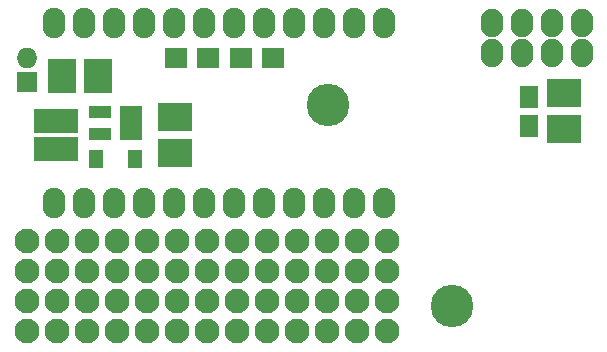
<source format=gts>
G04 #@! TF.GenerationSoftware,KiCad,Pcbnew,(2017-11-08 revision cd21218)-HEAD*
G04 #@! TF.CreationDate,2018-02-23T18:24:02+02:00*
G04 #@! TF.ProjectId,pro_mini,70726F5F6D696E692E6B696361645F70,rev?*
G04 #@! TF.SameCoordinates,Original*
G04 #@! TF.FileFunction,Soldermask,Top*
G04 #@! TF.FilePolarity,Negative*
%FSLAX46Y46*%
G04 Gerber Fmt 4.6, Leading zero omitted, Abs format (unit mm)*
G04 Created by KiCad (PCBNEW (2017-11-08 revision cd21218)-HEAD) date Fri Feb 23 18:24:02 2018*
%MOMM*%
%LPD*%
G01*
G04 APERTURE LIST*
%ADD10C,3.600000*%
%ADD11C,2.100000*%
%ADD12O,1.900000X2.400000*%
%ADD13O,1.901140X2.599640*%
%ADD14R,2.350000X2.900000*%
%ADD15R,2.900000X2.350000*%
%ADD16R,1.650000X1.900000*%
%ADD17R,1.300000X1.600000*%
%ADD18R,3.800000X2.000000*%
%ADD19R,1.900000X1.700000*%
%ADD20R,1.960000X1.050000*%
%ADD21R,1.750000X1.750000*%
%ADD22O,1.750000X1.750000*%
G04 APERTURE END LIST*
D10*
X147500000Y-115500000D03*
X137000000Y-98500000D03*
D11*
X141980000Y-117620000D03*
X139440000Y-117620000D03*
X136900000Y-117620000D03*
X134360000Y-117620000D03*
X131820000Y-117620000D03*
X129280000Y-117620000D03*
X126740000Y-117620000D03*
X124200000Y-117620000D03*
X121660000Y-117620000D03*
X119120000Y-117620000D03*
X116580000Y-117620000D03*
X114040000Y-117620000D03*
X111500000Y-117620000D03*
X141980000Y-115080000D03*
X139440000Y-115080000D03*
X136900000Y-115080000D03*
X134360000Y-115080000D03*
X131820000Y-115080000D03*
X129280000Y-115080000D03*
X126740000Y-115080000D03*
X124200000Y-115080000D03*
X121660000Y-115080000D03*
X119120000Y-115080000D03*
X116580000Y-115080000D03*
X114040000Y-115080000D03*
X111500000Y-115080000D03*
X141980000Y-112540000D03*
X139440000Y-112540000D03*
X136900000Y-112540000D03*
X134360000Y-112540000D03*
X131820000Y-112540000D03*
X129280000Y-112540000D03*
X126740000Y-112540000D03*
X124200000Y-112540000D03*
X121660000Y-112540000D03*
X119120000Y-112540000D03*
X116580000Y-112540000D03*
X114040000Y-112540000D03*
X111500000Y-112540000D03*
X141980000Y-110000000D03*
X139440000Y-110000000D03*
X136900000Y-110000000D03*
X134360000Y-110000000D03*
X131820000Y-110000000D03*
X129280000Y-110000000D03*
X126740000Y-110000000D03*
X124200000Y-110000000D03*
X121660000Y-110000000D03*
X119120000Y-110000000D03*
X116580000Y-110000000D03*
X114040000Y-110000000D03*
X111500000Y-110000000D03*
D12*
X150856000Y-91524000D03*
X150856000Y-94064000D03*
X153396000Y-91524000D03*
X153396000Y-94064000D03*
X155936000Y-91524000D03*
X155936000Y-94064000D03*
X158476000Y-91524000D03*
X158476000Y-94064000D03*
D13*
X113831001Y-106785001D03*
X116371001Y-106785001D03*
X118911001Y-106785001D03*
X121451001Y-106785001D03*
X123991001Y-106785001D03*
X126531001Y-106785001D03*
X129071001Y-106785001D03*
X131611001Y-106785001D03*
X134151001Y-106785001D03*
X136691001Y-106785001D03*
X139231001Y-106785001D03*
X141771001Y-106785001D03*
X141771001Y-91545001D03*
X139231001Y-91545001D03*
X136691001Y-91545001D03*
X134151001Y-91545001D03*
X131611001Y-91545001D03*
X129071001Y-91545001D03*
X126531001Y-91545001D03*
X123991001Y-91545001D03*
X121451001Y-91545001D03*
X118911001Y-91545001D03*
X116371001Y-91545001D03*
X113831001Y-91545001D03*
D14*
X117525000Y-96000000D03*
X114475000Y-96000000D03*
D15*
X157000000Y-97475000D03*
X157000000Y-100525000D03*
D16*
X154000000Y-97750000D03*
X154000000Y-100250000D03*
D15*
X124000000Y-102525000D03*
X124000000Y-99475000D03*
D17*
X120650000Y-103000000D03*
X117350000Y-103000000D03*
D18*
X114000000Y-102200000D03*
X114000000Y-99800000D03*
D19*
X129650000Y-94500000D03*
X132350000Y-94500000D03*
X124150000Y-94500000D03*
X126850000Y-94500000D03*
D20*
X120350000Y-100950000D03*
X120350000Y-100000000D03*
X120350000Y-99050000D03*
X117650000Y-99050000D03*
X117650000Y-100950000D03*
D21*
X111500000Y-96500000D03*
D22*
X111500000Y-94500000D03*
M02*

</source>
